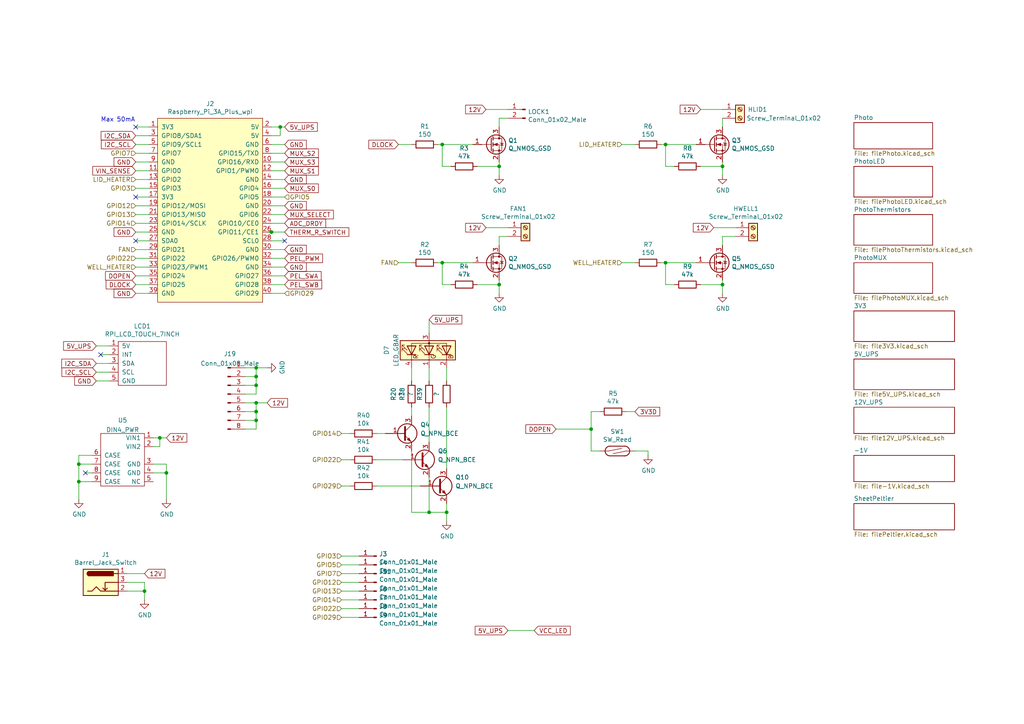
<source format=kicad_sch>
(kicad_sch (version 20211123) (generator eeschema)
  (paper "A4")
  (lib_symbols
    (symbol "Connector:Barrel_Jack_Switch" (pin_names hide)
      (property "Reference" "J" (at 0 5.334 0))
      (property "Value" "Barrel_Jack_Switch" (at 0 -5.08 0))
      (symbol "Barrel_Jack_Switch_0_1"
        (rectangle (start -5.08 3.81) (end 5.08 -3.81) (stroke (width 0.254)) (fill (type background)))
        (arc (start -3.302 3.175) (mid -3.937 2.54) (end -3.302 1.905) (stroke (width 0.254)))
        (arc (start -3.302 3.175) (mid -3.937 2.54) (end -3.302 1.905) (stroke (width 0.254)) (fill (type outline)))
        (polyline (pts (xy 1.27 -2.286) (xy 1.905 -1.651)) (stroke (width 0.254)))
        (polyline (pts (xy 5.08 2.54) (xy 3.81 2.54)) (stroke (width 0.254)))
        (polyline (pts (xy 5.08 0) (xy 1.27 0) (xy 1.27 -2.286) (xy 0.635 -1.651)) (stroke (width 0.254)))
        (polyline (pts (xy -3.81 -2.54) (xy -2.54 -2.54) (xy -1.27 -1.27) (xy 0 -2.54) (xy 2.54 -2.54) (xy 5.08 -2.54)) (stroke (width 0.254)))
        (rectangle (start 3.683 3.175) (end -3.302 1.905) (stroke (width 0.254)) (fill (type outline)))
      )
      (symbol "Barrel_Jack_Switch_1_1"
        (pin passive line (at 7.62 2.54 180) (length 2.54) (name "~") (number "1"))
        (pin passive line (at 7.62 -2.54 180) (length 2.54) (name "~") (number "2"))
        (pin passive line (at 7.62 0 180) (length 2.54) (name "~") (number "3"))
      )
    )
    (symbol "Connector:Conn_01x01_Male" (pin_names (offset 1.016) hide)
      (property "Reference" "J" (at 0 2.54 0))
      (property "Value" "Conn_01x01_Male" (at 0 -2.54 0))
      (symbol "Conn_01x01_Male_1_1"
        (polyline (pts (xy 1.27 0) (xy 0.8636 0)) (stroke (width 0.1524)))
        (rectangle (start 0.8636 0.127) (end 0 -0.127) (stroke (width 0.1524)) (fill (type outline)))
        (pin passive line (at 5.08 0 180) (length 3.81) (name "Pin_1") (number "1"))
      )
    )
    (symbol "Connector:Conn_01x02_Male" (pin_names (offset 1.016) hide)
      (property "Reference" "J" (at 0 2.54 0))
      (property "Value" "Conn_01x02_Male" (at 0 -5.08 0))
      (symbol "Conn_01x02_Male_1_1"
        (polyline (pts (xy 1.27 -2.54) (xy 0.8636 -2.54)) (stroke (width 0.1524)))
        (polyline (pts (xy 1.27 0) (xy 0.8636 0)) (stroke (width 0.1524)))
        (rectangle (start 0.8636 -2.413) (end 0 -2.667) (stroke (width 0.1524)) (fill (type outline)))
        (rectangle (start 0.8636 0.127) (end 0 -0.127) (stroke (width 0.1524)) (fill (type outline)))
        (pin passive line (at 5.08 0 180) (length 3.81) (name "Pin_1") (number "1"))
        (pin passive line (at 5.08 -2.54 180) (length 3.81) (name "Pin_2") (number "2"))
      )
    )
    (symbol "Connector:Conn_01x08_Male" (pin_names (offset 1.016) hide)
      (property "Reference" "J" (at 0 10.16 0))
      (property "Value" "Conn_01x08_Male" (at 0 -12.7 0))
      (symbol "Conn_01x08_Male_1_1"
        (polyline (pts (xy 1.27 -10.16) (xy 0.8636 -10.16)) (stroke (width 0.1524)))
        (polyline (pts (xy 1.27 -7.62) (xy 0.8636 -7.62)) (stroke (width 0.1524)))
        (polyline (pts (xy 1.27 -5.08) (xy 0.8636 -5.08)) (stroke (width 0.1524)))
        (polyline (pts (xy 1.27 -2.54) (xy 0.8636 -2.54)) (stroke (width 0.1524)))
        (polyline (pts (xy 1.27 0) (xy 0.8636 0)) (stroke (width 0.1524)))
        (polyline (pts (xy 1.27 2.54) (xy 0.8636 2.54)) (stroke (width 0.1524)))
        (polyline (pts (xy 1.27 5.08) (xy 0.8636 5.08)) (stroke (width 0.1524)))
        (polyline (pts (xy 1.27 7.62) (xy 0.8636 7.62)) (stroke (width 0.1524)))
        (rectangle (start 0.8636 -10.033) (end 0 -10.287) (stroke (width 0.1524)) (fill (type outline)))
        (rectangle (start 0.8636 -7.493) (end 0 -7.747) (stroke (width 0.1524)) (fill (type outline)))
        (rectangle (start 0.8636 -4.953) (end 0 -5.207) (stroke (width 0.1524)) (fill (type outline)))
        (rectangle (start 0.8636 -2.413) (end 0 -2.667) (stroke (width 0.1524)) (fill (type outline)))
        (rectangle (start 0.8636 0.127) (end 0 -0.127) (stroke (width 0.1524)) (fill (type outline)))
        (rectangle (start 0.8636 2.667) (end 0 2.413) (stroke (width 0.1524)) (fill (type outline)))
        (rectangle (start 0.8636 5.207) (end 0 4.953) (stroke (width 0.1524)) (fill (type outline)))
        (rectangle (start 0.8636 7.747) (end 0 7.493) (stroke (width 0.1524)) (fill (type outline)))
        (pin passive line (at 5.08 7.62 180) (length 3.81) (name "Pin_1") (number "1"))
        (pin passive line (at 5.08 5.08 180) (length 3.81) (name "Pin_2") (number "2"))
        (pin passive line (at 5.08 2.54 180) (length 3.81) (name "Pin_3") (number "3"))
        (pin passive line (at 5.08 0 180) (length 3.81) (name "Pin_4") (number "4"))
        (pin passive line (at 5.08 -2.54 180) (length 3.81) (name "Pin_5") (number "5"))
        (pin passive line (at 5.08 -5.08 180) (length 3.81) (name "Pin_6") (number "6"))
        (pin passive line (at 5.08 -7.62 180) (length 3.81) (name "Pin_7") (number "7"))
        (pin passive line (at 5.08 -10.16 180) (length 3.81) (name "Pin_8") (number "8"))
      )
    )
    (symbol "Connector:Screw_Terminal_01x02" (pin_names (offset 1.016) hide)
      (property "Reference" "J" (at 0 2.54 0))
      (property "Value" "Screw_Terminal_01x02" (at 0 -5.08 0))
      (symbol "Screw_Terminal_01x02_1_1"
        (rectangle (start -1.27 1.27) (end 1.27 -3.81) (stroke (width 0.254)) (fill (type background)))
        (circle (center 0 -2.54) (radius 0.635) (stroke (width 0.1524)))
        (polyline (pts (xy -0.5334 -2.2098) (xy 0.3302 -3.048)) (stroke (width 0.1524)))
        (polyline (pts (xy -0.5334 0.3302) (xy 0.3302 -0.508)) (stroke (width 0.1524)))
        (polyline (pts (xy -0.3556 -2.032) (xy 0.508 -2.8702)) (stroke (width 0.1524)))
        (polyline (pts (xy -0.3556 0.508) (xy 0.508 -0.3302)) (stroke (width 0.1524)))
        (circle (center 0 0) (radius 0.635) (stroke (width 0.1524)))
        (pin passive line (at -5.08 0 0) (length 3.81) (name "Pin_1") (number "1"))
        (pin passive line (at -5.08 -2.54 0) (length 3.81) (name "Pin_2") (number "2"))
      )
    )
    (symbol "Device:LED_GBAR" (pin_names (offset 0) hide)
      (property "Reference" "D" (at 0 9.398 0))
      (property "Value" "LED_GBAR" (at 0 -8.89 0))
      (symbol "LED_GBAR_0_0"
        (text "B" (at -1.905 -6.35 0) (effects (font (size 1.27 1.27))))
        (text "G" (at -1.905 -1.27 0) (effects (font (size 1.27 1.27))))
        (text "R" (at -1.905 3.81 0) (effects (font (size 1.27 1.27))))
      )
      (symbol "LED_GBAR_0_1"
        (polyline (pts (xy -1.27 -5.08) (xy -2.54 -5.08)))
        (polyline (pts (xy -1.27 -5.08) (xy 1.27 -5.08)))
        (polyline (pts (xy -1.27 -3.81) (xy -1.27 -6.35)) (stroke (width 0.254)))
        (polyline (pts (xy -1.27 0) (xy -2.54 0)))
        (polyline (pts (xy -1.27 1.27) (xy -1.27 -1.27)) (stroke (width 0.254)))
        (polyline (pts (xy -1.27 5.08) (xy -2.54 5.08)))
        (polyline (pts (xy -1.27 5.08) (xy 1.27 5.08)))
        (polyline (pts (xy -1.27 6.35) (xy -1.27 3.81)) (stroke (width 0.254)))
        (polyline (pts (xy 1.27 0) (xy -1.27 0)))
        (polyline (pts (xy 1.27 0) (xy 2.54 0)))
        (polyline (pts (xy -1.27 1.27) (xy -1.27 -1.27) (xy -1.27 -1.27)))
        (polyline (pts (xy -1.27 6.35) (xy -1.27 3.81) (xy -1.27 3.81)))
        (polyline (pts (xy 1.27 -5.08) (xy 2.032 -5.08) (xy 2.032 5.08) (xy 1.27 5.08)))
        (polyline (pts (xy 1.27 -3.81) (xy 1.27 -6.35) (xy -1.27 -5.08) (xy 1.27 -3.81)) (stroke (width 0.254)))
        (polyline (pts (xy 1.27 1.27) (xy 1.27 -1.27) (xy -1.27 0) (xy 1.27 1.27)) (stroke (width 0.254)))
        (polyline (pts (xy 1.27 6.35) (xy 1.27 3.81) (xy -1.27 5.08) (xy 1.27 6.35)) (stroke (width 0.254)))
        (polyline (pts (xy -1.016 -3.81) (xy 0.508 -2.286) (xy -0.254 -2.286) (xy 0.508 -2.286) (xy 0.508 -3.048)))
        (polyline (pts (xy -1.016 1.27) (xy 0.508 2.794) (xy -0.254 2.794) (xy 0.508 2.794) (xy 0.508 2.032)))
        (polyline (pts (xy -1.016 6.35) (xy 0.508 7.874) (xy -0.254 7.874) (xy 0.508 7.874) (xy 0.508 7.112)))
        (polyline (pts (xy 0 -3.81) (xy 1.524 -2.286) (xy 0.762 -2.286) (xy 1.524 -2.286) (xy 1.524 -3.048)))
        (polyline (pts (xy 0 1.27) (xy 1.524 2.794) (xy 0.762 2.794) (xy 1.524 2.794) (xy 1.524 2.032)))
        (polyline (pts (xy 0 6.35) (xy 1.524 7.874) (xy 0.762 7.874) (xy 1.524 7.874) (xy 1.524 7.112)))
        (rectangle (start 1.27 -1.27) (end 1.27 1.27))
        (rectangle (start 1.27 1.27) (end 1.27 1.27))
        (rectangle (start 1.27 3.81) (end 1.27 6.35))
        (rectangle (start 1.27 6.35) (end 1.27 6.35))
        (circle (center 2.032 0) (radius 0.254) (fill (type outline)))
        (rectangle (start 2.794 8.382) (end -2.794 -7.62) (stroke (width 0.254)) (fill (type background)))
      )
      (symbol "LED_GBAR_1_1"
        (pin passive line (at -5.08 0 0) (length 2.54) (name "GK") (number "1"))
        (pin passive line (at -5.08 -5.08 0) (length 2.54) (name "BK") (number "2"))
        (pin passive line (at 5.08 0 180) (length 2.54) (name "A") (number "3"))
        (pin passive line (at -5.08 5.08 0) (length 2.54) (name "RK") (number "4"))
      )
    )
    (symbol "Device:Q_NMOS_GSD" (pin_names (offset 0) hide)
      (property "Reference" "Q" (at 5.08 1.27 0))
      (property "Value" "Q_NMOS_GSD" (at 5.08 -1.27 0))
      (symbol "Q_NMOS_GSD_0_1"
        (polyline (pts (xy 0.254 0) (xy -2.54 0)))
        (polyline (pts (xy 0.254 1.905) (xy 0.254 -1.905)) (stroke (width 0.254)))
        (polyline (pts (xy 0.762 -1.27) (xy 0.762 -2.286)) (stroke (width 0.254)))
        (polyline (pts (xy 0.762 0.508) (xy 0.762 -0.508)) (stroke (width 0.254)))
        (polyline (pts (xy 0.762 2.286) (xy 0.762 1.27)) (stroke (width 0.254)))
        (polyline (pts (xy 2.54 2.54) (xy 2.54 1.778)))
        (polyline (pts (xy 2.54 -2.54) (xy 2.54 0) (xy 0.762 0)))
        (polyline (pts (xy 0.762 -1.778) (xy 3.302 -1.778) (xy 3.302 1.778) (xy 0.762 1.778)))
        (polyline (pts (xy 1.016 0) (xy 2.032 0.381) (xy 2.032 -0.381) (xy 1.016 0)) (fill (type outline)))
        (polyline (pts (xy 2.794 0.508) (xy 2.921 0.381) (xy 3.683 0.381) (xy 3.81 0.254)))
        (polyline (pts (xy 3.302 0.381) (xy 2.921 -0.254) (xy 3.683 -0.254) (xy 3.302 0.381)))
        (circle (center 1.651 0) (radius 2.794) (stroke (width 0.254)))
        (circle (center 2.54 -1.778) (radius 0.254) (fill (type outline)))
        (circle (center 2.54 1.778) (radius 0.254) (fill (type outline)))
      )
      (symbol "Q_NMOS_GSD_1_1"
        (pin input line (at -5.08 0 0) (length 2.54) (name "G") (number "1"))
        (pin passive line (at 2.54 -5.08 90) (length 2.54) (name "S") (number "2"))
        (pin passive line (at 2.54 5.08 270) (length 2.54) (name "D") (number "3"))
      )
    )
    (symbol "Device:Q_NPN_BEC" (pin_names (offset 0) hide)
      (property "Reference" "Q" (at 5.08 1.27 0))
      (property "Value" "Q_NPN_BEC" (at 5.08 -1.27 0))
      (symbol "Q_NPN_BEC_0_1"
        (polyline (pts (xy 0.635 0.635) (xy 2.54 2.54)))
        (polyline (pts (xy 0.635 -0.635) (xy 2.54 -2.54) (xy 2.54 -2.54)))
        (polyline (pts (xy 0.635 1.905) (xy 0.635 -1.905) (xy 0.635 -1.905)) (stroke (width 0.508)))
        (polyline (pts (xy 1.27 -1.778) (xy 1.778 -1.27) (xy 2.286 -2.286) (xy 1.27 -1.778) (xy 1.27 -1.778)) (fill (type outline)))
        (circle (center 1.27 0) (radius 2.8194) (stroke (width 0.254)))
      )
      (symbol "Q_NPN_BEC_1_1"
        (pin input line (at -5.08 0 0) (length 5.715) (name "B") (number "1"))
        (pin passive line (at 2.54 -5.08 90) (length 2.54) (name "E") (number "2"))
        (pin passive line (at 2.54 5.08 270) (length 2.54) (name "C") (number "3"))
      )
    )
    (symbol "Device:R" (pin_numbers hide) (pin_names (offset 0))
      (property "Reference" "R" (at 2.032 0 90))
      (property "Value" "R" (at 0 0 90))
      (symbol "R_0_1"
        (rectangle (start -1.016 -2.54) (end 1.016 2.54) (stroke (width 0.254)))
      )
      (symbol "R_1_1"
        (pin passive line (at 0 3.81 270) (length 1.27) (name "~") (number "1"))
        (pin passive line (at 0 -3.81 90) (length 1.27) (name "~") (number "2"))
      )
    )
    (symbol "Ninja-qPCR:DIN4_PWR" (pin_names (offset 1.016))
      (property "Reference" "U" (at 0 7.62 0))
      (property "Value" "DIN4_PWR" (at 0 -10.16 0))
      (symbol "DIN4_PWR_0_1"
        (rectangle (start -6.35 6.35) (end 6.35 -8.89))
      )
      (symbol "DIN4_PWR_1_1"
        (pin power_out line (at 8.89 5.08 180) (length 2.54) (name "VIN1") (number "1"))
        (pin power_out line (at 8.89 2.54 180) (length 2.54) (name "VIN2") (number "2"))
        (pin passive line (at 8.89 -2.54 180) (length 2.54) (name "GND") (number "3"))
        (pin passive line (at 8.89 -5.08 180) (length 2.54) (name "GND") (number "4"))
        (pin passive line (at 8.89 -7.62 180) (length 2.54) (name "NC") (number "5"))
        (pin passive line (at -8.89 0 0) (length 2.54) (name "CASE") (number "6"))
        (pin passive line (at -8.89 -2.54 0) (length 2.54) (name "CASE") (number "7"))
        (pin passive line (at -8.89 -5.08 0) (length 2.54) (name "CASE") (number "8"))
        (pin passive line (at -8.89 -7.62 0) (length 2.54) (name "CASE") (number "9"))
      )
    )
    (symbol "Ninja-qPCR:RPI_LCD_TOUCH_7INCH_M2.5_NONE" (pin_names (offset 1.016))
      (property "Reference" "U" (at 8.89 2.54 0))
      (property "Value" "Ninja-qPCR_RPI_LCD_TOUCH_7INCH_M2.5_NONE" (at 11.43 -12.7 0))
      (symbol "RPI_LCD_TOUCH_7INCH_M2.5_NONE_0_1"
        (rectangle (start 2.54 1.27) (end 16.51 -11.43))
      )
      (symbol "RPI_LCD_TOUCH_7INCH_M2.5_NONE_1_1"
        (pin input line (at 0 0 0) (length 2.54) (name "5V") (number "1"))
        (pin input line (at 0 -2.54 0) (length 2.54) (name "INT") (number "2"))
        (pin input line (at 0 -5.08 0) (length 2.54) (name "SDA") (number "3"))
        (pin input line (at 0 -7.62 0) (length 2.54) (name "SCL") (number "4"))
        (pin input line (at 0 -10.16 0) (length 2.54) (name "GND") (number "5"))
      )
    )
    (symbol "Ninja-qPCR:Raspberry_Pi_3A_Plus_wpi" (pin_names (offset 1.016))
      (property "Reference" "J" (at -11.43 -27.94 0))
      (property "Value" "Ninja-qPCR_Raspberry_Pi_3A_Plus_wpi" (at 0 -30.48 0))
      (symbol "Raspberry_Pi_3A_Plus_wpi_0_1"
        (rectangle (start 15.24 26.67) (end -15.24 -26.67) (fill (type background)))
      )
      (symbol "Raspberry_Pi_3A_Plus_wpi_1_1"
        (pin power_out line (at -17.78 24.13 0) (length 2.54) (name "3V3") (number "1"))
        (pin bidirectional line (at 17.78 13.97 180) (length 2.54) (name "GPIO16/RXD") (number "10"))
        (pin bidirectional line (at -17.78 11.43 0) (length 2.54) (name "GPIO0") (number "11"))
        (pin bidirectional line (at 17.78 11.43 180) (length 2.54) (name "GPIO1/PWM0") (number "12"))
        (pin bidirectional line (at -17.78 8.89 0) (length 2.54) (name "GPIO2") (number "13"))
        (pin power_out line (at 17.78 8.89 180) (length 2.54) (name "GND") (number "14"))
        (pin bidirectional line (at -17.78 6.35 0) (length 2.54) (name "GPIO3") (number "15"))
        (pin bidirectional line (at 17.78 6.35 180) (length 2.54) (name "GPIO4") (number "16"))
        (pin power_out line (at -17.78 3.81 0) (length 2.54) (name "3V3") (number "17"))
        (pin bidirectional line (at 17.78 3.81 180) (length 2.54) (name "GPIO5") (number "18"))
        (pin bidirectional line (at -17.78 1.27 0) (length 2.54) (name "GPIO12/MOSI") (number "19"))
        (pin power_out line (at 17.78 24.13 180) (length 2.54) (name "5V") (number "2"))
        (pin power_out line (at 17.78 1.27 180) (length 2.54) (name "GND") (number "20"))
        (pin bidirectional line (at -17.78 -1.27 0) (length 2.54) (name "GPIO13/MISO") (number "21"))
        (pin bidirectional line (at 17.78 -1.27 180) (length 2.54) (name "GPIO6") (number "22"))
        (pin bidirectional line (at -17.78 -3.81 0) (length 2.54) (name "GPIO14/SCLK") (number "23"))
        (pin bidirectional line (at 17.78 -3.81 180) (length 2.54) (name "GPIO10/CE0") (number "24"))
        (pin power_out line (at -17.78 -6.35 0) (length 2.54) (name "GND") (number "25"))
        (pin bidirectional line (at 17.78 -6.35 180) (length 2.54) (name "GPIO11/CE1") (number "26"))
        (pin bidirectional line (at -17.78 -8.89 0) (length 2.54) (name "SDA0") (number "27"))
        (pin bidirectional line (at 17.78 -8.89 180) (length 2.54) (name "SCL0") (number "28"))
        (pin bidirectional line (at -17.78 -11.43 0) (length 2.54) (name "GPIO21") (number "29"))
        (pin bidirectional line (at -17.78 21.59 0) (length 2.54) (name "GPIO8/SDA1") (number "3"))
        (pin power_out line (at 17.78 -11.43 180) (length 2.54) (name "GND") (number "30"))
        (pin bidirectional line (at -17.78 -13.97 0) (length 2.54) (name "GPIO22") (number "31"))
        (pin bidirectional line (at 17.78 -13.97 180) (length 2.54) (name "GPIO26/PWM0") (number "32"))
        (pin bidirectional line (at -17.78 -16.51 0) (length 2.54) (name "GPIO23/PWM1") (number "33"))
        (pin power_out line (at 17.78 -16.51 180) (length 2.54) (name "GND") (number "34"))
        (pin bidirectional line (at -17.78 -19.05 0) (length 2.54) (name "GPIO24") (number "35"))
        (pin bidirectional line (at 17.78 -19.05 180) (length 2.54) (name "GPIO27") (number "36"))
        (pin bidirectional line (at -17.78 -21.59 0) (length 2.54) (name "GPIO25") (number "37"))
        (pin bidirectional line (at 17.78 -21.59 180) (length 2.54) (name "GPIO28") (number "38"))
        (pin power_out line (at -17.78 -24.13 0) (length 2.54) (name "GND") (number "39"))
        (pin power_out line (at 17.78 21.59 180) (length 2.54) (name "5V") (number "4"))
        (pin bidirectional line (at 17.78 -24.13 180) (length 2.54) (name "GPIO29") (number "40"))
        (pin bidirectional line (at -17.78 19.05 0) (length 2.54) (name "GPIO9/SCL1") (number "5"))
        (pin power_out line (at 17.78 19.05 180) (length 2.54) (name "GND") (number "6"))
        (pin bidirectional line (at -17.78 16.51 0) (length 2.54) (name "GPIO7") (number "7"))
        (pin bidirectional line (at 17.78 16.51 180) (length 2.54) (name "GPIO15/TXD") (number "8"))
        (pin power_out line (at -17.78 13.97 0) (length 2.54) (name "GND") (number "9"))
      )
    )
    (symbol "Switch:SW_Reed" (pin_numbers hide) (pin_names (offset 0) hide)
      (property "Reference" "SW" (at 0 2.54 0))
      (property "Value" "SW_Reed" (at 0 -2.54 0))
      (symbol "SW_Reed_0_0"
        (arc (start -2.159 1.397) (mid -3.556 0) (end -2.159 -1.397) (stroke (width 0.254)))
        (polyline (pts (xy -2.54 0) (xy 1.27 0.762)))
        (polyline (pts (xy -2.159 -1.397) (xy 2.286 -1.397)) (stroke (width 0.254)))
        (polyline (pts (xy 2.159 1.397) (xy -2.159 1.397)) (stroke (width 0.254)))
        (polyline (pts (xy 2.54 0) (xy -1.27 -0.762)))
        (arc (start 2.159 -1.397) (mid 3.556 0) (end 2.159 1.397) (stroke (width 0.254)))
      )
      (symbol "SW_Reed_1_1"
        (pin passive line (at -5.08 0 0) (length 2.54) (name "1") (number "1"))
        (pin passive line (at 5.08 0 180) (length 2.54) (name "2") (number "2"))
      )
    )
    (symbol "power:GND" (power) (pin_names (offset 0))
      (property "Value" "GND" (at 0 -3.81 0))
      (symbol "GND_0_1"
        (polyline (pts (xy 0 0) (xy 0 -1.27) (xy 1.27 -1.27) (xy 0 -2.54) (xy -1.27 -1.27) (xy 0 -1.27)))
      )
      (symbol "GND_1_1"
        (pin power_in line (at 0 0 270) (length 0) hide (name "GND") (number "1"))
      )
    )
  )
  (junction (at 193.04 41.91))
  (junction (at 144.78 48.26))
  (junction (at 74.295 109.22))
  (junction (at 78.74 67.31))
  (junction (at 46.355 127))
  (junction (at 144.78 82.55))
  (junction (at 209.55 82.55))
  (junction (at 129.54 148.59))
  (junction (at 74.295 106.68))
  (junction (at 41.91 171.45))
  (junction (at 128.27 41.91))
  (junction (at 209.55 48.26))
  (junction (at 74.295 116.84))
  (junction (at 22.86 139.7))
  (junction (at 81.28 36.83))
  (junction (at 74.295 111.76))
  (junction (at 48.26 137.16))
  (junction (at 171.45 124.46))
  (junction (at 128.27 76.2))
  (junction (at 22.86 134.62))
  (junction (at 193.04 76.2))
  (junction (at 74.295 121.92))
  (junction (at 124.46 148.59))
  (junction (at 74.295 119.38))
  (no_connect (at 39.37 36.83))
  (no_connect (at 24.765 137.16))
  (no_connect (at 82.55 69.85))
  (no_connect (at 29.21 102.87))
  (no_connect (at 39.37 57.15))
  (no_connect (at 39.37 69.85))
  (wire (pts (xy 31.75 110.49) (xy 27.94 110.49)))
  (wire (pts (xy 124.46 110.49) (xy 124.46 106.68)))
  (wire (pts (xy 119.38 118.11) (xy 119.38 120.65)))
  (wire (pts (xy 71.12 111.76) (xy 74.295 111.76)))
  (wire (pts (xy 48.26 137.16) (xy 48.26 144.78)))
  (wire (pts (xy 187.96 130.81) (xy 187.96 132.08)))
  (wire (pts (xy 39.37 67.31) (xy 43.18 67.31)))
  (wire (pts (xy 203.2 48.26) (xy 209.55 48.26)))
  (wire (pts (xy 193.04 76.2) (xy 191.77 76.2)))
  (wire (pts (xy 99.06 133.35) (xy 101.6 133.35)))
  (wire (pts (xy 71.12 124.46) (xy 74.295 124.46)))
  (wire (pts (xy 184.15 130.81) (xy 187.96 130.81)))
  (wire (pts (xy 43.18 62.23) (xy 39.37 62.23)))
  (wire (pts (xy 29.21 102.87) (xy 31.75 102.87)))
  (wire (pts (xy 119.38 110.49) (xy 119.38 106.68)))
  (wire (pts (xy 171.45 130.81) (xy 173.99 130.81)))
  (wire (pts (xy 193.04 48.26) (xy 193.04 41.91)))
  (wire (pts (xy 82.55 72.39) (xy 78.74 72.39)))
  (wire (pts (xy 48.26 134.62) (xy 48.26 137.16)))
  (wire (pts (xy 140.97 31.75) (xy 147.32 31.75)))
  (wire (pts (xy 213.36 68.58) (xy 209.55 68.58)))
  (wire (pts (xy 78.74 39.37) (xy 81.28 39.37)))
  (wire (pts (xy 207.01 66.04) (xy 213.36 66.04)))
  (wire (pts (xy 82.55 69.85) (xy 78.74 69.85)))
  (wire (pts (xy 128.27 76.2) (xy 127 76.2)))
  (wire (pts (xy 74.295 116.84) (xy 77.47 116.84)))
  (wire (pts (xy 193.04 82.55) (xy 193.04 76.2)))
  (wire (pts (xy 99.06 125.73) (xy 101.6 125.73)))
  (wire (pts (xy 201.93 41.91) (xy 193.04 41.91)))
  (wire (pts (xy 144.78 85.09) (xy 144.78 82.55)))
  (wire (pts (xy 144.78 50.8) (xy 144.78 48.26)))
  (wire (pts (xy 36.83 166.37) (xy 41.91 166.37)))
  (wire (pts (xy 71.12 116.84) (xy 74.295 116.84)))
  (wire (pts (xy 74.295 114.3) (xy 74.295 111.76)))
  (wire (pts (xy 44.45 127) (xy 46.355 127)))
  (wire (pts (xy 109.22 125.73) (xy 111.76 125.73)))
  (wire (pts (xy 173.99 119.38) (xy 171.45 119.38)))
  (wire (pts (xy 44.45 137.16) (xy 48.26 137.16)))
  (wire (pts (xy 124.46 138.43) (xy 124.46 148.59)))
  (wire (pts (xy 27.94 100.33) (xy 31.75 100.33)))
  (wire (pts (xy 41.91 173.99) (xy 41.91 171.45)))
  (wire (pts (xy 78.74 46.99) (xy 82.55 46.99)))
  (wire (pts (xy 137.16 76.2) (xy 128.27 76.2)))
  (wire (pts (xy 39.37 82.55) (xy 43.18 82.55)))
  (wire (pts (xy 78.74 67.31) (xy 82.55 67.31)))
  (wire (pts (xy 104.14 176.53) (xy 99.06 176.53)))
  (wire (pts (xy 124.46 148.59) (xy 129.54 148.59)))
  (wire (pts (xy 82.55 44.45) (xy 78.74 44.45)))
  (wire (pts (xy 82.55 64.77) (xy 78.74 64.77)))
  (wire (pts (xy 109.22 140.97) (xy 121.92 140.97)))
  (wire (pts (xy 82.55 57.15) (xy 78.74 57.15)))
  (wire (pts (xy 22.86 134.62) (xy 26.67 134.62)))
  (wire (pts (xy 104.14 161.29) (xy 99.06 161.29)))
  (wire (pts (xy 31.75 105.41) (xy 27.94 105.41)))
  (wire (pts (xy 203.2 82.55) (xy 209.55 82.55)))
  (wire (pts (xy 124.46 96.52) (xy 124.46 92.71)))
  (wire (pts (xy 39.37 44.45) (xy 43.18 44.45)))
  (wire (pts (xy 71.12 109.22) (xy 74.295 109.22)))
  (wire (pts (xy 43.18 64.77) (xy 39.37 64.77)))
  (wire (pts (xy 104.14 173.99) (xy 99.06 173.99)))
  (wire (pts (xy 39.37 36.83) (xy 43.18 36.83)))
  (wire (pts (xy 195.58 82.55) (xy 193.04 82.55)))
  (wire (pts (xy 74.295 121.92) (xy 74.295 124.46)))
  (wire (pts (xy 22.86 134.62) (xy 22.86 139.7)))
  (wire (pts (xy 209.55 85.09) (xy 209.55 82.55)))
  (wire (pts (xy 26.67 132.08) (xy 22.86 132.08)))
  (wire (pts (xy 22.86 139.7) (xy 26.67 139.7)))
  (wire (pts (xy 180.34 76.2) (xy 184.15 76.2)))
  (wire (pts (xy 43.18 41.91) (xy 39.37 41.91)))
  (wire (pts (xy 44.45 129.54) (xy 46.355 129.54)))
  (wire (pts (xy 171.45 119.38) (xy 171.45 124.46)))
  (wire (pts (xy 46.355 127) (xy 46.355 129.54)))
  (wire (pts (xy 99.06 140.97) (xy 101.6 140.97)))
  (wire (pts (xy 39.37 39.37) (xy 43.18 39.37)))
  (wire (pts (xy 43.18 74.93) (xy 39.37 74.93)))
  (wire (pts (xy 74.295 106.68) (xy 77.47 106.68)))
  (wire (pts (xy 144.78 68.58) (xy 144.78 71.12)))
  (wire (pts (xy 99.06 163.83) (xy 104.14 163.83)))
  (wire (pts (xy 43.18 72.39) (xy 39.37 72.39)))
  (wire (pts (xy 184.15 119.38) (xy 181.61 119.38)))
  (wire (pts (xy 39.37 46.99) (xy 43.18 46.99)))
  (wire (pts (xy 82.55 54.61) (xy 78.74 54.61)))
  (wire (pts (xy 44.45 134.62) (xy 48.26 134.62)))
  (wire (pts (xy 82.55 62.23) (xy 78.74 62.23)))
  (wire (pts (xy 171.45 124.46) (xy 171.45 130.81)))
  (wire (pts (xy 24.765 137.16) (xy 26.67 137.16)))
  (wire (pts (xy 39.37 80.01) (xy 43.18 80.01)))
  (wire (pts (xy 140.97 66.04) (xy 147.32 66.04)))
  (wire (pts (xy 99.06 166.37) (xy 104.14 166.37)))
  (wire (pts (xy 43.18 54.61) (xy 39.37 54.61)))
  (wire (pts (xy 81.28 39.37) (xy 81.28 36.83)))
  (wire (pts (xy 109.22 133.35) (xy 116.84 133.35)))
  (wire (pts (xy 104.14 171.45) (xy 99.06 171.45)))
  (wire (pts (xy 138.43 82.55) (xy 144.78 82.55)))
  (wire (pts (xy 201.93 76.2) (xy 193.04 76.2)))
  (wire (pts (xy 209.55 82.55) (xy 209.55 81.28)))
  (wire (pts (xy 130.81 48.26) (xy 128.27 48.26)))
  (wire (pts (xy 129.54 110.49) (xy 129.54 106.68)))
  (wire (pts (xy 144.78 48.26) (xy 144.78 46.99)))
  (wire (pts (xy 209.55 68.58) (xy 209.55 71.12)))
  (wire (pts (xy 71.12 119.38) (xy 74.295 119.38)))
  (wire (pts (xy 78.74 36.83) (xy 81.28 36.83)))
  (wire (pts (xy 138.43 48.26) (xy 144.78 48.26)))
  (wire (pts (xy 22.86 132.08) (xy 22.86 134.62)))
  (wire (pts (xy 82.55 77.47) (xy 78.74 77.47)))
  (wire (pts (xy 147.32 34.29) (xy 144.78 34.29)))
  (wire (pts (xy 147.32 182.88) (xy 154.94 182.88)))
  (wire (pts (xy 78.74 41.91) (xy 82.55 41.91)))
  (wire (pts (xy 82.55 80.01) (xy 78.74 80.01)))
  (wire (pts (xy 39.37 69.85) (xy 43.18 69.85)))
  (wire (pts (xy 36.83 168.91) (xy 41.91 168.91)))
  (wire (pts (xy 104.14 179.07) (xy 99.06 179.07)))
  (wire (pts (xy 128.27 48.26) (xy 128.27 41.91)))
  (wire (pts (xy 130.81 82.55) (xy 128.27 82.55)))
  (wire (pts (xy 104.14 168.91) (xy 99.06 168.91)))
  (wire (pts (xy 82.55 49.53) (xy 78.74 49.53)))
  (wire (pts (xy 36.83 171.45) (xy 41.91 171.45)))
  (wire (pts (xy 82.55 74.93) (xy 78.74 74.93)))
  (wire (pts (xy 71.12 121.92) (xy 74.295 121.92)))
  (wire (pts (xy 82.55 82.55) (xy 78.74 82.55)))
  (wire (pts (xy 147.32 68.58) (xy 144.78 68.58)))
  (wire (pts (xy 119.38 148.59) (xy 124.46 148.59)))
  (wire (pts (xy 128.27 82.55) (xy 128.27 76.2)))
  (wire (pts (xy 22.86 139.7) (xy 22.86 144.78)))
  (wire (pts (xy 77.47 67.31) (xy 78.74 67.31)))
  (wire (pts (xy 81.28 36.83) (xy 82.55 36.83)))
  (wire (pts (xy 46.355 127) (xy 48.26 127)))
  (wire (pts (xy 71.12 106.68) (xy 74.295 106.68)))
  (wire (pts (xy 74.295 109.22) (xy 74.295 106.68)))
  (wire (pts (xy 137.16 41.91) (xy 128.27 41.91)))
  (wire (pts (xy 74.295 111.76) (xy 74.295 109.22)))
  (wire (pts (xy 39.37 57.15) (xy 43.18 57.15)))
  (wire (pts (xy 161.29 124.46) (xy 171.45 124.46)))
  (wire (pts (xy 124.46 118.11) (xy 124.46 128.27)))
  (wire (pts (xy 119.38 130.81) (xy 119.38 148.59)))
  (wire (pts (xy 115.57 76.2) (xy 119.38 76.2)))
  (wire (pts (xy 43.18 59.69) (xy 39.37 59.69)))
  (wire (pts (xy 129.54 146.05) (xy 129.54 148.59)))
  (wire (pts (xy 31.75 107.95) (xy 27.94 107.95)))
  (wire (pts (xy 39.37 52.07) (xy 43.18 52.07)))
  (wire (pts (xy 82.55 59.69) (xy 78.74 59.69)))
  (wire (pts (xy 180.34 41.91) (xy 184.15 41.91)))
  (wire (pts (xy 144.78 82.55) (xy 144.78 81.28)))
  (wire (pts (xy 209.55 48.26) (xy 209.55 46.99)))
  (wire (pts (xy 71.12 114.3) (xy 74.295 114.3)))
  (wire (pts (xy 39.37 77.47) (xy 43.18 77.47)))
  (wire (pts (xy 74.295 119.38) (xy 74.295 121.92)))
  (wire (pts (xy 82.55 52.07) (xy 78.74 52.07)))
  (wire (pts (xy 129.54 118.11) (xy 129.54 135.89)))
  (wire (pts (xy 39.37 49.53) (xy 43.18 49.53)))
  (wire (pts (xy 193.04 41.91) (xy 191.77 41.91)))
  (wire (pts (xy 41.91 168.91) (xy 41.91 171.45)))
  (wire (pts (xy 129.54 148.59) (xy 129.54 151.13)))
  (wire (pts (xy 209.55 34.29) (xy 209.55 36.83)))
  (wire (pts (xy 209.55 50.8) (xy 209.55 48.26)))
  (wire (pts (xy 119.38 41.91) (xy 115.57 41.91)))
  (wire (pts (xy 74.295 116.84) (xy 74.295 119.38)))
  (wire (pts (xy 144.78 34.29) (xy 144.78 36.83)))
  (wire (pts (xy 39.37 85.09) (xy 43.18 85.09)))
  (wire (pts (xy 82.55 85.09) (xy 78.74 85.09)))
  (wire (pts (xy 128.27 41.91) (xy 127 41.91)))
  (wire (pts (xy 195.58 48.26) (xy 193.04 48.26)))
  (wire (pts (xy 203.2 31.75) (xy 209.55 31.75)))
  (text "Max 50mA" (at 29.21 35.56 0) (effects (font (size 1.27 1.27)) (justify left bottom)))
  (global_label "MUX_S3" (shape input) (at 82.55 46.99 0) (property "Intersheet References" "${INTERSHEET_REFS}" (effects hide)))
  (global_label "GND" (shape input) (at 82.55 41.91 0) (property "Intersheet References" "${INTERSHEET_REFS}" (effects hide)))
  (global_label "GND" (shape input) (at 27.94 110.49 180) (property "Intersheet References" "${INTERSHEET_REFS}" (effects hide)))
  (global_label "I2C_SDA" (shape input) (at 39.37 39.37 180) (property "Intersheet References" "${INTERSHEET_REFS}" (effects hide)))
  (global_label "DOPEN" (shape input) (at 39.37 80.01 180) (property "Intersheet References" "${INTERSHEET_REFS}" (effects hide)))
  (global_label "GND" (shape input) (at 39.37 67.31 180) (property "Intersheet References" "${INTERSHEET_REFS}" (effects hide)))
  (global_label "3V3D" (shape input) (at 184.15 119.38 0) (property "Intersheet References" "${INTERSHEET_REFS}" (effects hide)))
  (global_label "DOPEN" (shape input) (at 161.29 124.46 180) (property "Intersheet References" "${INTERSHEET_REFS}" (effects hide)))
  (global_label "PEL_PWM" (shape input) (at 82.55 74.93 0) (property "Intersheet References" "${INTERSHEET_REFS}" (effects hide)))
  (global_label "DLOCK" (shape input) (at 115.57 41.91 180) (property "Intersheet References" "${INTERSHEET_REFS}" (effects hide)))
  (global_label "I2C_SCL" (shape input) (at 27.94 107.95 180) (property "Intersheet References" "${INTERSHEET_REFS}" (effects hide)))
  (global_label "12V" (shape input) (at 48.26 127 0) (property "Intersheet References" "${INTERSHEET_REFS}" (effects hide)))
  (global_label "12V" (shape input) (at 41.91 166.37 0) (property "Intersheet References" "${INTERSHEET_REFS}" (effects hide)))
  (global_label "THERM_R_SWITCH" (shape input) (at 82.55 67.31 0) (property "Intersheet References" "${INTERSHEET_REFS}" (effects hide)))
  (global_label "PEL_SWA" (shape input) (at 82.55 80.01 0) (property "Intersheet References" "${INTERSHEET_REFS}" (effects hide)))
  (global_label "DLOCK" (shape input) (at 39.37 82.55 180) (property "Intersheet References" "${INTERSHEET_REFS}" (effects hide)))
  (global_label "MUX_S1" (shape input) (at 82.55 49.53 0) (property "Intersheet References" "${INTERSHEET_REFS}" (effects hide)))
  (global_label "12V" (shape input) (at 207.01 66.04 180) (property "Intersheet References" "${INTERSHEET_REFS}" (effects hide)))
  (global_label "5V_UPS" (shape input) (at 147.32 182.88 180) (property "Intersheet References" "${INTERSHEET_REFS}" (effects hide)))
  (global_label "ADC_DRDY" (shape input) (at 82.55 64.77 0) (property "Intersheet References" "${INTERSHEET_REFS}" (effects hide)))
  (global_label "12V" (shape input) (at 140.97 66.04 180) (property "Intersheet References" "${INTERSHEET_REFS}" (effects hide)))
  (global_label "12V" (shape input) (at 77.47 116.84 0) (property "Intersheet References" "${INTERSHEET_REFS}" (effects hide)))
  (global_label "I2C_SCL" (shape input) (at 39.37 41.91 180) (property "Intersheet References" "${INTERSHEET_REFS}" (effects hide)))
  (global_label "GND" (shape input) (at 82.55 59.69 0) (property "Intersheet References" "${INTERSHEET_REFS}" (effects hide)))
  (global_label "5V_UPS" (shape input) (at 27.94 100.33 180) (property "Intersheet References" "${INTERSHEET_REFS}" (effects hide)))
  (global_label "GND" (shape input) (at 82.55 77.47 0) (property "Intersheet References" "${INTERSHEET_REFS}" (effects hide)))
  (global_label "12V" (shape input) (at 203.2 31.75 180) (property "Intersheet References" "${INTERSHEET_REFS}" (effects hide)))
  (global_label "MUX_S0" (shape input) (at 82.55 54.61 0) (property "Intersheet References" "${INTERSHEET_REFS}" (effects hide)))
  (global_label "MUX_SELECT" (shape input) (at 82.55 62.23 0) (property "Intersheet References" "${INTERSHEET_REFS}" (effects hide)))
  (global_label "GND" (shape input) (at 82.55 72.39 0) (property "Intersheet References" "${INTERSHEET_REFS}" (effects hide)))
  (global_label "VIN_SENSE" (shape input) (at 39.37 49.53 180) (property "Intersheet References" "${INTERSHEET_REFS}" (effects hide)))
  (global_label "PEL_SWB" (shape input) (at 82.55 82.55 0) (property "Intersheet References" "${INTERSHEET_REFS}" (effects hide)))
  (global_label "GND" (shape input) (at 39.37 85.09 180) (property "Intersheet References" "${INTERSHEET_REFS}" (effects hide)))
  (global_label "5V_UPS" (shape input) (at 124.46 92.71 0) (property "Intersheet References" "${INTERSHEET_REFS}" (effects hide)))
  (global_label "MUX_S2" (shape input) (at 82.55 44.45 0) (property "Intersheet References" "${INTERSHEET_REFS}" (effects hide)))
  (global_label "5V_UPS" (shape input) (at 82.55 36.83 0) (property "Intersheet References" "${INTERSHEET_REFS}" (effects hide)))
  (global_label "VCC_LED" (shape input) (at 154.94 182.88 0) (property "Intersheet References" "${INTERSHEET_REFS}" (effects hide)))
  (global_label "I2C_SDA" (shape input) (at 27.94 105.41 180) (property "Intersheet References" "${INTERSHEET_REFS}" (effects hide)))
  (global_label "12V" (shape input) (at 140.97 31.75 180) (property "Intersheet References" "${INTERSHEET_REFS}" (effects hide)))
  (global_label "GND" (shape input) (at 39.37 46.99 180) (property "Intersheet References" "${INTERSHEET_REFS}" (effects hide)))
  (global_label "GND" (shape input) (at 82.55 52.07 0) (property "Intersheet References" "${INTERSHEET_REFS}" (effects hide)))
  (hierarchical_label "WELL_HEATER" (shape input) (at 39.37 77.47 180))
  (hierarchical_label "GPIO5" (shape input) (at 99.06 163.83 180))
  (hierarchical_label "GPIO29" (shape input) (at 99.06 140.97 180))
  (hierarchical_label "GPIO7" (shape input) (at 39.37 44.45 180))
  (hierarchical_label "GPIO13" (shape input) (at 99.06 171.45 180))
  (hierarchical_label "GPIO22" (shape input) (at 99.06 176.53 180))
  (hierarchical_label "GPIO3" (shape input) (at 39.37 54.61 180))
  (hierarchical_label "GPIO13" (shape input) (at 39.37 62.23 180))
  (hierarchical_label "GPIO29" (shape input) (at 99.06 179.07 180))
  (hierarchical_label "FAN" (shape input) (at 115.57 76.2 180))
  (hierarchical_label "GPIO12" (shape input) (at 99.06 168.91 180))
  (hierarchical_label "LID_HEATER" (shape input) (at 180.34 41.91 180))
  (hierarchical_label "GPIO22" (shape input) (at 39.37 74.93 180))
  (hierarchical_label "GPIO29" (shape input) (at 82.55 85.09 0))
  (hierarchical_label "GPIO3" (shape input) (at 99.06 161.29 180))
  (hierarchical_label "GPIO7" (shape input) (at 99.06 166.37 180))
  (hierarchical_label "GPIO14" (shape input) (at 99.06 125.73 180))
  (hierarchical_label "GPIO22" (shape input) (at 99.06 133.35 180))
  (hierarchical_label "LID_HEATER" (shape input) (at 39.37 52.07 180))
  (hierarchical_label "FAN" (shape input) (at 39.37 72.39 180))
  (hierarchical_label "GPIO14" (shape input) (at 39.37 64.77 180))
  (hierarchical_label "GPIO5" (shape input) (at 82.55 57.15 0))
  (hierarchical_label "WELL_HEATER" (shape input) (at 180.34 76.2 180))
  (hierarchical_label "GPIO14" (shape input) (at 99.06 173.99 180))
  (hierarchical_label "GPIO12" (shape input) (at 39.37 59.69 180))
  (symbol (lib_id "Ninja-qPCR:Raspberry_Pi_3A_Plus_wpi") (at 60.96 60.96 0) (unit 1)
    (property "Reference" "J2" (at 60.96 30.099 0))
    (property "Value" "Raspberry_Pi_3A_Plus_wpi" (at 60.96 32.4104 0))
    (property "Footprint" "Ninja-qPCR:Raspberry_Pi_3A+_3B+_4B_Zero_FaceDown_HDMI-R-NOSILK" (effects hide))
  )
  (symbol (lib_id "Device:R") (at 199.39 48.26 270) (unit 1)
    (property "Reference" "R8" (at 199.39 43.0022 90))
    (property "Value" "47k" (at 199.39 45.3136 90))
    (property "Footprint" "Resistor_SMD:R_0603_1608Metric" (effects hide))
  )
  (symbol (lib_id "Device:R") (at 187.96 41.91 270) (unit 1)
    (property "Reference" "R6" (at 187.96 36.6522 90))
    (property "Value" "150" (at 187.96 38.9636 90))
    (property "Footprint" "Resistor_SMD:R_0603_1608Metric" (effects hide))
  )
  (symbol (lib_id "power:GND") (at 209.55 50.8 0) (unit 1)
    (property "Reference" "#PWR05" (effects hide))
    (property "Value" "GND" (at 209.677 55.1942 0))
  )
  (symbol (lib_id "Device:Q_NMOS_GSD") (at 207.01 41.91 0) (unit 1)
    (property "Reference" "Q3" (at 212.1916 40.7416 0) (effects (justify left)))
    (property "Value" "Q_NMOS_GSD" (at 212.1916 43.053 0) (effects (justify left)))
    (property "Footprint" "Ninja-qPCR:SOT95P240X112-3N" (effects hide))
  )
  (symbol (lib_id "Device:R") (at 199.39 82.55 270) (unit 1)
    (property "Reference" "R9" (at 199.39 77.2922 90))
    (property "Value" "47k" (at 199.39 79.6036 90))
    (property "Footprint" "Resistor_SMD:R_0603_1608Metric" (effects hide))
  )
  (symbol (lib_id "Device:R") (at 187.96 76.2 270) (unit 1)
    (property "Reference" "R7" (at 187.96 70.9422 90))
    (property "Value" "150" (at 187.96 73.2536 90))
    (property "Footprint" "Resistor_SMD:R_0603_1608Metric" (effects hide))
  )
  (symbol (lib_id "power:GND") (at 209.55 85.09 0) (unit 1)
    (property "Reference" "#PWR07" (effects hide))
    (property "Value" "GND" (at 209.677 89.4842 0))
  )
  (symbol (lib_id "Device:Q_NMOS_GSD") (at 207.01 76.2 0) (unit 1)
    (property "Reference" "Q5" (at 212.1916 75.0316 0) (effects (justify left)))
    (property "Value" "Q_NMOS_GSD" (at 212.1916 77.343 0) (effects (justify left)))
    (property "Footprint" "Ninja-qPCR:SOT95P240X112-3N" (effects hide))
  )
  (symbol (lib_id "Device:R") (at 134.62 82.55 270) (unit 1)
    (property "Reference" "R4" (at 134.62 77.2922 90))
    (property "Value" "47k" (at 134.62 79.6036 90))
    (property "Footprint" "Resistor_SMD:R_0603_1608Metric" (effects hide))
  )
  (symbol (lib_id "Device:R") (at 123.19 76.2 270) (unit 1)
    (property "Reference" "R2" (at 123.19 70.9422 90))
    (property "Value" "150" (at 123.19 73.2536 90))
    (property "Footprint" "Resistor_SMD:R_0603_1608Metric" (effects hide))
  )
  (symbol (lib_id "power:GND") (at 144.78 85.09 0) (unit 1)
    (property "Reference" "#PWR03" (effects hide))
    (property "Value" "GND" (at 144.907 89.4842 0))
  )
  (symbol (lib_id "Device:Q_NMOS_GSD") (at 142.24 76.2 0) (unit 1)
    (property "Reference" "Q2" (at 147.4216 75.0316 0) (effects (justify left)))
    (property "Value" "Q_NMOS_GSD" (at 147.4216 77.343 0) (effects (justify left)))
    (property "Footprint" "Ninja-qPCR:SOT95P240X112-3N" (effects hide))
  )
  (symbol (lib_id "Connector:Screw_Terminal_01x02") (at 218.44 66.04 0) (unit 1)
    (property "Reference" "HWELL1" (at 216.3572 60.5282 0))
    (property "Value" "Screw_Terminal_01x02" (at 216.3572 62.8396 0))
    (property "Footprint" "Ninja-qPCR:TB_SeeedOPL_320110028" (effects hide))
  )
  (symbol (lib_id "Connector:Screw_Terminal_01x02") (at 152.4 66.04 0) (unit 1)
    (property "Reference" "FAN1" (at 150.3172 60.5282 0))
    (property "Value" "Screw_Terminal_01x02" (at 150.3172 62.8396 0))
    (property "Footprint" "Ninja-qPCR:TB_SeeedOPL_320110028" (effects hide))
  )
  (symbol (lib_id "Ninja-qPCR:RPI_LCD_TOUCH_7INCH_M2.5_NONE") (at 31.75 100.33 0) (unit 1)
    (property "Reference" "LCD1" (at 41.275 94.615 0))
    (property "Value" "RPI_LCD_TOUCH_7INCH" (at 41.275 96.9264 0))
    (property "Footprint" "Connector_PinHeader_2.54mm:PinHeader_1x05_P2.54mm_Vertical" (effects hide))
  )
  (symbol (lib_id "Connector:Screw_Terminal_01x02") (at 214.63 31.75 0) (unit 1)
    (property "Reference" "HLID1" (at 219.71 31.75 0))
    (property "Value" "Screw_Terminal_01x02" (at 227.33 34.29 0))
    (property "Footprint" "Ninja-qPCR:TB_SeeedOPL_320110028" (effects hide))
  )
  (symbol (lib_id "Device:R") (at 134.62 48.26 270) (unit 1)
    (property "Reference" "R3" (at 134.62 43.0022 90))
    (property "Value" "47k" (at 134.62 45.3136 90))
    (property "Footprint" "Resistor_SMD:R_0603_1608Metric" (effects hide))
  )
  (symbol (lib_id "Device:R") (at 123.19 41.91 270) (unit 1)
    (property "Reference" "R1" (at 123.19 36.6522 90))
    (property "Value" "150" (at 123.19 38.9636 90))
    (property "Footprint" "Resistor_SMD:R_0603_1608Metric" (effects hide))
  )
  (symbol (lib_id "power:GND") (at 144.78 50.8 0) (unit 1)
    (property "Reference" "#PWR02" (effects hide))
    (property "Value" "GND" (at 144.907 55.1942 0))
  )
  (symbol (lib_id "Device:Q_NMOS_GSD") (at 142.24 41.91 0) (unit 1)
    (property "Reference" "Q1" (at 147.4216 40.7416 0) (effects (justify left)))
    (property "Value" "Q_NMOS_GSD" (at 147.4216 43.053 0) (effects (justify left)))
    (property "Footprint" "Ninja-qPCR:SOT95P240X112-3N" (effects hide))
  )
  (symbol (lib_id "Device:R") (at 177.8 119.38 270) (unit 1)
    (property "Reference" "R5" (at 177.8 114.1222 90))
    (property "Value" "47k" (at 177.8 116.4336 90))
    (property "Footprint" "Resistor_SMD:R_0603_1608Metric" (effects hide))
  )
  (symbol (lib_id "Connector:Conn_01x01_Male") (at 109.22 161.29 0) (mirror y) (unit 1)
    (property "Reference" "J3" (at 109.9312 160.6804 0) (effects (justify right)))
    (property "Value" "Conn_01x01_Male" (at 109.9312 162.9918 0) (effects (justify right)))
    (property "Footprint" "Connector_PinHeader_2.54mm:PinHeader_1x01_P2.54mm_Vertical" (effects hide))
  )
  (symbol (lib_id "Connector:Conn_01x01_Male") (at 109.22 168.91 0) (mirror y) (unit 1)
    (property "Reference" "J5" (at 109.9312 165.7604 0) (effects (justify right)))
    (property "Value" "Conn_01x01_Male" (at 109.9312 170.6118 0) (effects (justify right)))
    (property "Footprint" "Connector_PinHeader_2.54mm:PinHeader_1x01_P2.54mm_Vertical" (effects hide))
  )
  (symbol (lib_id "Switch:SW_Reed") (at 179.07 130.81 0) (unit 1)
    (property "Reference" "SW1" (at 179.07 125.1712 0))
    (property "Value" "SW_Reed" (at 179.07 127.4826 0))
    (property "Footprint" "Connector_PinHeader_2.54mm:PinHeader_1x02_P2.54mm_Vertical" (effects hide))
  )
  (symbol (lib_id "power:GND") (at 187.96 132.08 0) (unit 1)
    (property "Reference" "#PWR04" (effects hide))
    (property "Value" "GND" (at 188.087 136.4742 0))
  )
  (symbol (lib_id "Connector:Conn_01x01_Male") (at 109.22 171.45 0) (mirror y) (unit 1)
    (property "Reference" "J6" (at 109.9312 170.8404 0) (effects (justify right)))
    (property "Value" "Conn_01x01_Male" (at 109.9312 173.1518 0) (effects (justify right)))
    (property "Footprint" "Connector_PinHeader_2.54mm:PinHeader_1x01_P2.54mm_Vertical" (effects hide))
  )
  (symbol (lib_id "Connector:Conn_01x01_Male") (at 109.22 173.99 0) (mirror y) (unit 1)
    (property "Reference" "J7" (at 109.9312 173.3804 0) (effects (justify right)))
    (property "Value" "Conn_01x01_Male" (at 109.9312 175.6918 0) (effects (justify right)))
    (property "Footprint" "Connector_PinHeader_2.54mm:PinHeader_1x01_P2.54mm_Vertical" (effects hide))
  )
  (symbol (lib_id "Connector:Conn_01x02_Male") (at 152.4 31.75 0) (mirror y) (unit 1)
    (property "Reference" "LOCK1" (at 153.1112 32.4104 0) (effects (justify right)))
    (property "Value" "Conn_01x02_Male" (at 153.1112 34.7218 0) (effects (justify right)))
    (property "Footprint" "Ninja-qPCR:TB_SeeedOPL_320110028" (effects hide))
  )
  (symbol (lib_id "Connector:Conn_01x01_Male") (at 109.22 163.83 0) (mirror y) (unit 1)
    (property "Reference" "J4" (at 109.9312 163.2204 0) (effects (justify right)))
    (property "Value" "Conn_01x01_Male" (at 109.9312 165.5318 0) (effects (justify right)))
    (property "Footprint" "Connector_PinHeader_2.54mm:PinHeader_1x01_P2.54mm_Vertical" (effects hide))
  )
  (symbol (lib_id "Connector:Conn_01x01_Male") (at 109.22 176.53 0) (mirror y) (unit 1)
    (property "Reference" "J8" (at 109.9312 175.9204 0) (effects (justify right)))
    (property "Value" "Conn_01x01_Male" (at 109.9312 178.2318 0) (effects (justify right)))
    (property "Footprint" "Connector_PinHeader_2.54mm:PinHeader_1x01_P2.54mm_Vertical" (effects hide))
  )
  (symbol (lib_id "Connector:Conn_01x01_Male") (at 109.22 179.07 0) (mirror y) (unit 1)
    (property "Reference" "J9" (at 109.9312 178.4604 0) (effects (justify right)))
    (property "Value" "Conn_01x01_Male" (at 109.9312 180.7718 0) (effects (justify right)))
    (property "Footprint" "Connector_PinHeader_2.54mm:PinHeader_1x01_P2.54mm_Vertical" (effects hide))
  )
  (symbol (lib_id "Connector:Barrel_Jack_Switch") (at 29.21 168.91 0) (unit 1)
    (property "Reference" "J1" (at 30.6578 160.8582 0))
    (property "Value" "Barrel_Jack_Switch" (at 30.6578 163.1696 0))
    (property "Footprint" "Connector_BarrelJack:BarrelJack_Horizontal" (effects hide))
  )
  (symbol (lib_id "power:GND") (at 41.91 173.99 0) (unit 1)
    (property "Reference" "#PWR01" (effects hide))
    (property "Value" "GND" (at 42.037 178.3842 0))
  )
  (symbol (lib_id "power:GND") (at 77.47 106.68 90) (unit 1)
    (property "Reference" "#PWR0110" (effects hide))
    (property "Value" "GND" (at 81.8642 106.553 0))
  )
  (symbol (lib_id "Device:Q_NPN_BEC") (at 116.84 125.73 0) (unit 1)
    (property "Reference" "Q4" (at 121.92 123.19 0) (effects (justify left)))
    (property "Value" "Q_NPN_BCE" (at 121.92 125.73 0) (effects (justify left)))
    (property "Footprint" "Package_TO_SOT_SMD:SOT-23" (effects hide))
  )
  (symbol (lib_id "Device:R") (at 124.46 114.3 0) (unit 1)
    (property "Reference" "R38" (at 116.6622 114.3 90))
    (property "Value" "?" (at 118.9736 114.3 90))
    (property "Footprint" "Resistor_SMD:R_0603_1608Metric" (effects hide))
  )
  (symbol (lib_id "power:GND") (at 129.54 151.13 0) (unit 1)
    (property "Reference" "#PWR0111" (effects hide))
    (property "Value" "GND" (at 129.667 155.5242 0))
  )
  (symbol (lib_id "power:GND") (at 22.86 144.78 0) (unit 1)
    (property "Reference" "#PWR0116" (effects hide))
    (property "Value" "GND" (at 22.987 149.1742 0))
  )
  (symbol (lib_id "Device:LED_GBAR") (at 124.46 101.6 90) (unit 1)
    (property "Reference" "D7" (at 112.1115 101.6 0))
    (property "Value" "LED_GBAR" (at 114.8866 101.6 0))
    (property "Footprint" "LED_THT:LED_D5.0mm-4_RGB" (effects hide))
  )
  (symbol (lib_id "power:GND") (at 48.26 144.78 0) (unit 1)
    (property "Reference" "#PWR0115" (effects hide))
    (property "Value" "GND" (at 48.387 149.1742 0))
  )
  (symbol (lib_id "Connector:Conn_01x01_Male") (at 109.22 166.37 0) (mirror y) (unit 1)
    (property "Reference" "J11" (at 109.9312 165.7604 0) (effects (justify right)))
    (property "Value" "Conn_01x01_Male" (at 109.9312 168.0718 0) (effects (justify right)))
    (property "Footprint" "Connector_PinHeader_2.54mm:PinHeader_1x01_P2.54mm_Vertical" (effects hide))
  )
  (symbol (lib_id "Device:R") (at 129.54 114.3 0) (unit 1)
    (property "Reference" "R39" (at 121.7422 114.3 90))
    (property "Value" "?" (at 126.5936 114.3 90))
    (property "Footprint" "Resistor_SMD:R_0603_1608Metric" (effects hide))
  )
  (symbol (lib_id "Device:Q_NPN_BEC") (at 127 140.97 0) (unit 1)
    (property "Reference" "Q10" (at 132.08 138.43 0) (effects (justify left)))
    (property "Value" "Q_NPN_BCE" (at 132.08 140.97 0) (effects (justify left)))
    (property "Footprint" "Package_TO_SOT_SMD:SOT-23" (effects hide))
  )
  (symbol (lib_id "Device:R") (at 105.41 140.97 270) (unit 1)
    (property "Reference" "R42" (at 105.41 135.7122 90))
    (property "Value" "10k" (at 105.41 138.0236 90))
    (property "Footprint" "Resistor_SMD:R_0603_1608Metric" (effects hide))
  )
  (symbol (lib_id "Device:R") (at 105.41 125.73 270) (unit 1)
    (property "Reference" "R40" (at 105.41 120.4722 90))
    (property "Value" "10k" (at 105.41 122.7836 90))
    (property "Footprint" "Resistor_SMD:R_0603_1608Metric" (effects hide))
  )
  (symbol (lib_id "Ninja-qPCR:DIN4_PWR") (at 35.56 132.08 0) (unit 1)
    (property "Reference" "U5" (at 35.56 121.8905 0))
    (property "Value" "DIN4_PWR" (at 35.56 124.6656 0))
    (property "Footprint" "Ninja-qPCR:DN4_PWR" (effects hide))
  )
  (symbol (lib_id "Device:R") (at 119.38 114.3 0) (unit 1)
    (property "Reference" "R20" (at 114.1222 114.3 90))
    (property "Value" "?" (at 116.4336 114.3 90))
    (property "Footprint" "Resistor_SMD:R_0603_1608Metric" (effects hide))
  )
  (symbol (lib_id "Device:Q_NPN_BEC") (at 121.92 133.35 0) (unit 1)
    (property "Reference" "Q6" (at 127 130.81 0) (effects (justify left)))
    (property "Value" "Q_NPN_BCE" (at 127 133.35 0) (effects (justify left)))
    (property "Footprint" "Package_TO_SOT_SMD:SOT-23" (effects hide))
  )
  (symbol (lib_id "Device:R") (at 105.41 133.35 270) (unit 1)
    (property "Reference" "R41" (at 105.41 128.0922 90))
    (property "Value" "10k" (at 105.41 130.4036 90))
    (property "Footprint" "Resistor_SMD:R_0603_1608Metric" (effects hide))
  )
  (symbol (lib_id "Connector:Conn_01x08_Male") (at 66.04 114.3 0) (unit 1)
    (property "Reference" "J19" (at 66.675 102.6373 0))
    (property "Value" "Conn_01x08_Male" (at 66.675 105.4124 0))
    (property "Footprint" "Ninja-qPCR:ATX8" (effects hide))
  )
  (sheet (at 247.65 104.14) (size 29.21 8.89)
    (property "Sheet name" "5V_UPS" (at 247.65 103.4284 0) (effects (justify left bottom)))
    (property "Sheet file" "file5V_UPS.kicad_sch" (at 247.65 113.6146 0) (effects (justify left top)))
  )
  (sheet (at 247.65 35.56) (size 22.86 7.62)
    (property "Sheet name" "Photo" (at 247.65 34.8484 0) (effects (justify left bottom)))
    (property "Sheet file" "filePhoto.kicad_sch" (at 247.65 43.7646 0) (effects (justify left top)))
  )
  (sheet (at 247.65 132.08) (size 29.21 7.62)
    (property "Sheet name" "-1V" (at 247.65 131.3684 0) (effects (justify left bottom)))
    (property "Sheet file" "file-1V.kicad_sch" (at 247.65 140.2846 0) (effects (justify left top)))
  )
  (sheet (at 247.65 48.26) (size 22.86 8.89)
    (property "Sheet name" "PhotoLED" (at 247.65 47.5484 0) (effects (justify left bottom)))
    (property "Sheet file" "filePhotoLED.kicad_sch" (at 247.65 57.7346 0) (effects (justify left top)))
  )
  (sheet (at 247.65 62.23) (size 22.86 8.89)
    (property "Sheet name" "PhotoThermistors" (at 247.65 61.5184 0) (effects (justify left bottom)))
    (property "Sheet file" "filePhotoThermistors.kicad_sch" (at 247.65 71.7046 0) (effects (justify left top)))
  )
  (sheet (at 247.65 118.11) (size 29.21 7.62)
    (property "Sheet name" "12V_UPS" (at 247.65 117.3984 0) (effects (justify left bottom)))
    (property "Sheet file" "file12V_UPS.kicad_sch" (at 247.65 126.3146 0) (effects (justify left top)))
  )
  (sheet (at 247.65 90.17) (size 29.21 8.89)
    (property "Sheet name" "3V3" (at 247.65 89.4584 0) (effects (justify left bottom)))
    (property "Sheet file" "file3V3.kicad_sch" (at 247.65 99.6446 0) (effects (justify left top)))
  )
  (sheet (at 247.65 76.2) (size 22.86 8.89)
    (property "Sheet name" "PhotoMUX" (at 247.65 75.4884 0) (effects (justify left bottom)))
    (property "Sheet file" "filePhotoMUX.kicad_sch" (at 247.65 85.6746 0) (effects (justify left top)))
  )
  (sheet (at 247.65 146.05) (size 29.21 7.62)
    (property "Sheet name" "SheetPeltier" (at 247.65 145.3384 0) (effects (justify left bottom)))
    (property "Sheet file" "filePeltier.kicad_sch" (at 247.65 154.2546 0) (effects (justify left top)))
  )
)
</source>
